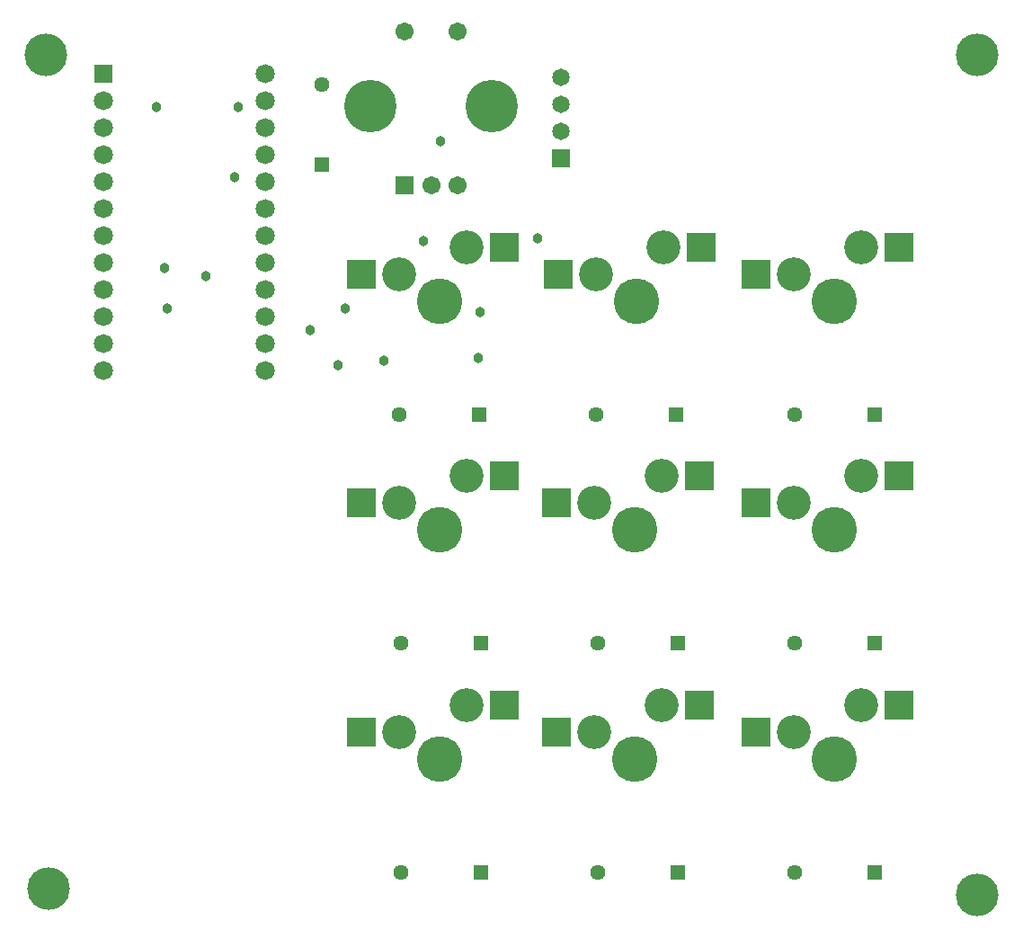
<source format=gbs>
G04*
G04 #@! TF.GenerationSoftware,Altium Limited,Altium Designer,25.8.1 (18)*
G04*
G04 Layer_Color=16711935*
%FSLAX44Y44*%
%MOMM*%
G71*
G04*
G04 #@! TF.SameCoordinates,ADD3D31B-8851-4C81-8C4E-7CFF1D2DEE2F*
G04*
G04*
G04 #@! TF.FilePolarity,Negative*
G04*
G01*
G75*
%ADD15C,3.2032*%
G04:AMPARAMS|DCode=16|XSize=1.8032mm|YSize=1.8032mm|CornerRadius=0.9016mm|HoleSize=0mm|Usage=FLASHONLY|Rotation=180.000|XOffset=0mm|YOffset=0mm|HoleType=Round|Shape=RoundedRectangle|*
%AMROUNDEDRECTD16*
21,1,1.8032,0.0000,0,0,180.0*
21,1,0.0000,1.8032,0,0,180.0*
1,1,1.8032,0.0000,0.0000*
1,1,1.8032,0.0000,0.0000*
1,1,1.8032,0.0000,0.0000*
1,1,1.8032,0.0000,0.0000*
%
%ADD16ROUNDEDRECTD16*%
%ADD17R,1.8032X1.8032*%
%ADD18C,4.2926*%
%ADD19R,1.4412X1.4412*%
%ADD20C,1.4412*%
%ADD21C,4.0132*%
%ADD22C,1.6532*%
%ADD23R,1.6532X1.6532*%
%ADD24R,1.4412X1.4412*%
%ADD25C,1.7032*%
%ADD26C,4.9432*%
%ADD27R,1.7032X1.7032*%
%ADD28C,0.9652*%
%ADD46R,2.7532X2.7032*%
D15*
X623570Y661670D02*
D03*
X560070Y636270D02*
D03*
X745490D02*
D03*
X808990Y661670D02*
D03*
X995680D02*
D03*
X932180Y636270D02*
D03*
X560070Y421640D02*
D03*
X623570Y447040D02*
D03*
X807720D02*
D03*
X744220Y421640D02*
D03*
X932180D02*
D03*
X995680Y447040D02*
D03*
X623570Y231140D02*
D03*
X560070Y205740D02*
D03*
X744220D02*
D03*
X807720Y231140D02*
D03*
X995680D02*
D03*
X932180Y205740D02*
D03*
D16*
X434340Y546100D02*
D03*
Y571500D02*
D03*
Y596900D02*
D03*
Y622300D02*
D03*
X281940Y800100D02*
D03*
X434340Y647700D02*
D03*
X281940Y774700D02*
D03*
X434340Y673100D02*
D03*
X281940Y749300D02*
D03*
X434340Y698500D02*
D03*
X281940Y723900D02*
D03*
X434340D02*
D03*
X281940Y698500D02*
D03*
X434340Y749300D02*
D03*
X281940Y673100D02*
D03*
X434340Y774700D02*
D03*
X281940Y647700D02*
D03*
X434340Y800100D02*
D03*
X281940Y622300D02*
D03*
X434340Y825500D02*
D03*
X281940Y596900D02*
D03*
Y571500D02*
D03*
Y546100D02*
D03*
D17*
Y825500D02*
D03*
D18*
X970280Y180340D02*
D03*
X782320D02*
D03*
X598170D02*
D03*
X970280Y396240D02*
D03*
X782320D02*
D03*
X598170D02*
D03*
X970280Y610870D02*
D03*
X783590D02*
D03*
X598170D02*
D03*
D19*
X487680Y739555D02*
D03*
D20*
Y814925D02*
D03*
X932595Y73660D02*
D03*
X747175D02*
D03*
X561755D02*
D03*
X932595Y289560D02*
D03*
X561755D02*
D03*
X932595Y504190D02*
D03*
X745905D02*
D03*
X560485D02*
D03*
X747175Y289560D02*
D03*
D21*
X1104900Y52070D02*
D03*
X229870Y58420D02*
D03*
X227330Y843280D02*
D03*
X1104900D02*
D03*
D22*
X712470Y821690D02*
D03*
Y796290D02*
D03*
Y770890D02*
D03*
D23*
Y745490D02*
D03*
D24*
X1007965Y73660D02*
D03*
X822545D02*
D03*
X637125D02*
D03*
X1007965Y289560D02*
D03*
X637125D02*
D03*
X1007965Y504190D02*
D03*
X821275D02*
D03*
X635855D02*
D03*
X822545Y289560D02*
D03*
D25*
X590550Y720090D02*
D03*
X615550Y865090D02*
D03*
Y720090D02*
D03*
X565550Y865090D02*
D03*
D26*
X647550Y795090D02*
D03*
X533550D02*
D03*
D27*
X565550Y720090D02*
D03*
D28*
X502920Y551180D02*
D03*
X476250Y584200D02*
D03*
X378460Y635000D02*
D03*
X341630Y604520D02*
D03*
X339090Y642620D02*
D03*
X582930Y668020D02*
D03*
X635000Y557530D02*
D03*
X546100Y554990D02*
D03*
X636270Y600710D02*
D03*
X509270Y604520D02*
D03*
X599440Y762000D02*
D03*
X331470Y793750D02*
D03*
X408940D02*
D03*
X405130Y727710D02*
D03*
X690880Y670560D02*
D03*
D46*
X524570Y636270D02*
D03*
X659070Y661670D02*
D03*
X844490D02*
D03*
X709990Y636270D02*
D03*
X896680D02*
D03*
X1031180Y661670D02*
D03*
X659070Y447040D02*
D03*
X524570Y421640D02*
D03*
X708720D02*
D03*
X843220Y447040D02*
D03*
X1031180D02*
D03*
X896680Y421640D02*
D03*
X524570Y205740D02*
D03*
X659070Y231140D02*
D03*
X843220D02*
D03*
X708720Y205740D02*
D03*
X896680D02*
D03*
X1031180Y231140D02*
D03*
M02*

</source>
